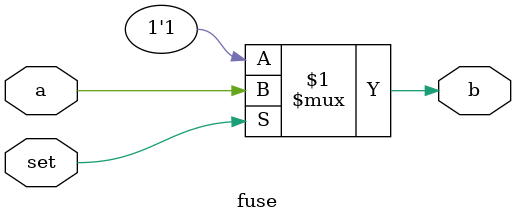
<source format=sv>
module fuse (
    input  logic a,
    input  logic set,
    output logic b
);
  // TODO
  assign b = set ? a : 1'b1;
endmodule

</source>
